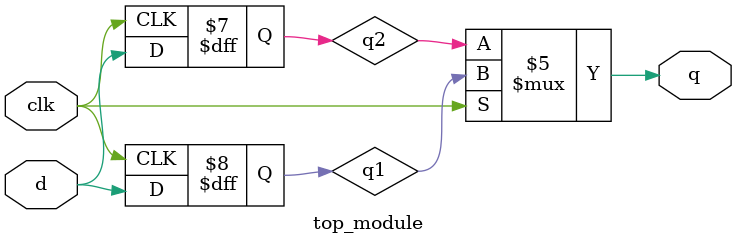
<source format=sv>
module top_module(
    input clk,
    input d,
    output reg q);

    reg q1, q2;

    always @(posedge clk) begin
        q1 <= d;
    end

    always @(negedge clk) begin
        q2 <= d;
    end

    always @(*) begin
        if (clk)
            q = q1;
        else
            q = q2;
    end

endmodule

</source>
